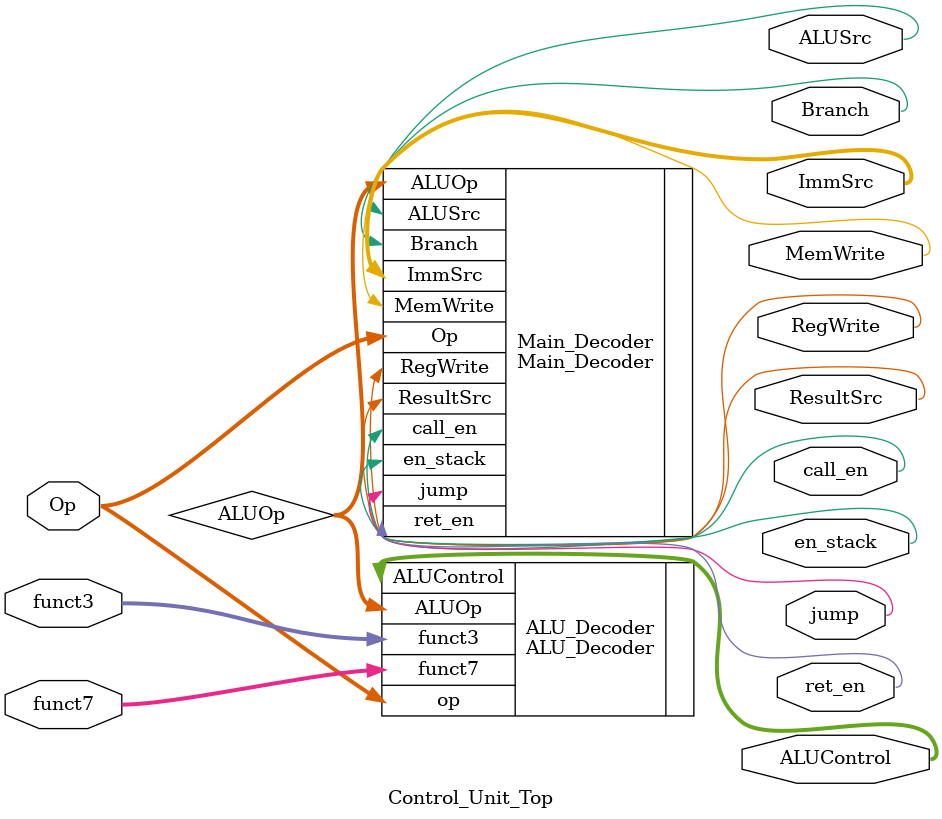
<source format=v>
`timescale 1ns / 1ps

`include "ALU_Decoder.v"
`include "Main_Decoder.v"

module Control_Unit_Top(Op,RegWrite,ImmSrc,ALUSrc,MemWrite,ResultSrc,Branch,funct3,funct7,ALUControl,jump, call_en, ret_en, en_stack);

    input [2:0]Op;
    input [3:0] funct7;
    input [2:0]funct3;
    output RegWrite,ALUSrc,MemWrite,ResultSrc,Branch,jump,call_en, ret_en, en_stack;
    output [1:0]ImmSrc;
    output [2:0]ALUControl;

    wire [1:0]ALUOp;

    Main_Decoder Main_Decoder(
                .Op(Op),
                .RegWrite(RegWrite),
                .ImmSrc(ImmSrc),
                .MemWrite(MemWrite),
                .ResultSrc(ResultSrc),
                .Branch(Branch),
                .ALUSrc(ALUSrc),
                .ALUOp(ALUOp),
                .jump(jump),
                .call_en(call_en), 
                .ret_en(ret_en),
                .en_stack(en_stack)
    );

    ALU_Decoder ALU_Decoder(
                            .ALUOp(ALUOp),
                            .funct3(funct3),
                            .funct7(funct7),
                            .op(Op),
                            .ALUControl(ALUControl)
    );


endmodule

</source>
